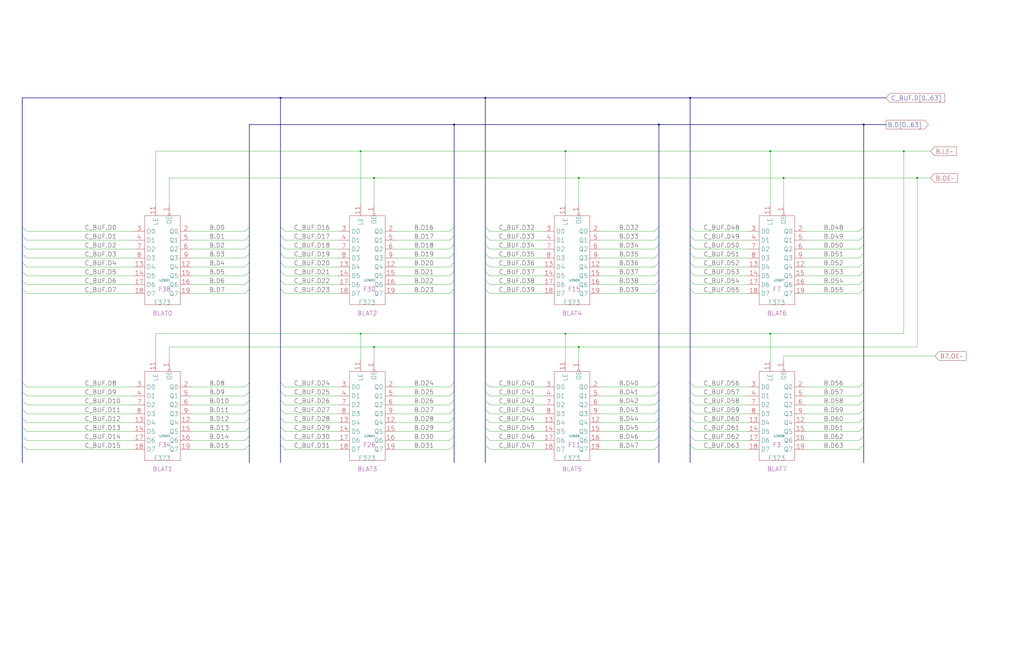
<source format=kicad_sch>
(kicad_sch (version 20250114) (generator "eeschema") (generator_version "9.0")
  (paper "User" 584.2 378.46)
  (title_block (title "B LATCH") (date "22-MAR-90") (rev "1.0") (comment 1 "VALUE") (comment 2 "232-003063") (comment 3 "S400") (comment 4 "RELEASED"))
  (lib_symbols
    (symbol "r1000:F373" (pin_names (offset 1.016))
      (property "Reference" "U" (at 2.54 5.08 0))
      (property "Value" "F373" (at -3.81 -7.62 0))
      (property "Location" "___" (at -1.27 0 0))
      (property "Name" "______" (at 1.27 -15.24 0))
      (symbol "F373_1_1"
        (rectangle (start -8.89 41.91) (end 11.43 -8.89))
        (circle (center 5.08 42.545) (radius 0.635))
        (pin input line (at -15.24 33.02 0) (length 6.35) (name "D0") (number "3"))
        (pin input line (at -15.24 27.94 0) (length 6.35) (name "D1") (number "4"))
        (pin input line (at -15.24 22.86 0) (length 6.35) (name "D2") (number "7"))
        (pin input line (at -15.24 17.78 0) (length 6.35) (name "D3") (number "8"))
        (pin input line (at -15.24 12.7 0) (length 6.35) (name "D4") (number "13"))
        (pin input line (at -15.24 7.62 0) (length 6.35) (name "D5") (number "14"))
        (pin input line (at -15.24 2.54 0) (length 6.35) (name "D6") (number "17"))
        (pin input line (at -15.24 -2.54 0) (length 6.35) (name "D7") (number "18"))
        (pin input line (at -2.54 48.26 270) (length 6.35) (name "LE") (number "11"))
        (pin input line (at 5.08 48.26 270) (length 5.08) (name "OE") (number "1"))
        (pin tri_state line (at 17.78 33.02 180) (length 6.35) (name "Q0") (number "2"))
        (pin tri_state line (at 17.78 27.94 180) (length 6.35) (name "Q1") (number "5"))
        (pin tri_state line (at 17.78 22.86 180) (length 6.35) (name "Q2") (number "6"))
        (pin tri_state line (at 17.78 17.78 180) (length 6.35) (name "Q3") (number "9"))
        (pin tri_state line (at 17.78 12.7 180) (length 6.35) (name "Q4") (number "12"))
        (pin tri_state line (at 17.78 7.62 180) (length 6.35) (name "Q5") (number "15"))
        (pin tri_state line (at 17.78 2.54 180) (length 6.35) (name "Q6") (number "16"))
        (pin tri_state line (at 17.78 -2.54 180) (length 6.35) (name "Q7") (number "19"))
      )
    )
  )
  (junction (at 523.24 101.6))
  (junction (at 276.86 55.88))
  (junction (at 439.42 86.36))
  (junction (at 492.76 71.12))
  (junction (at 330.2 101.6))
  (junction (at 375.92 71.12))
  (junction (at 322.58 86.36))
  (junction (at 213.36 101.6))
  (junction (at 393.7 55.88))
  (junction (at 322.58 190.5))
  (junction (at 213.36 198.12))
  (junction (at 447.04 101.6))
  (junction (at 205.74 190.5))
  (junction (at 160.02 55.88))
  (junction (at 515.62 86.36))
  (junction (at 439.42 190.5))
  (junction (at 205.74 86.36))
  (junction (at 330.2 198.12))
  (junction (at 259.08 71.12))
  (bus_entry (at 142.24 139.7) (size -2.54 2.54))
  (bus_entry (at 259.08 139.7) (size -2.54 2.54))
  (bus_entry (at 375.92 165.1) (size -2.54 2.54))
  (bus_entry (at 276.86 228.6) (size 2.54 2.54))
  (bus_entry (at 492.76 149.86) (size -2.54 2.54))
  (bus_entry (at 12.7 218.44) (size 2.54 2.54))
  (bus_entry (at 160.02 218.44) (size 2.54 2.54))
  (bus_entry (at 142.24 243.84) (size -2.54 2.54))
  (bus_entry (at 259.08 254) (size -2.54 2.54))
  (bus_entry (at 259.08 160.02) (size -2.54 2.54))
  (bus_entry (at 276.86 149.86) (size 2.54 2.54))
  (bus_entry (at 160.02 129.54) (size 2.54 2.54))
  (bus_entry (at 375.92 160.02) (size -2.54 2.54))
  (bus_entry (at 12.7 254) (size 2.54 2.54))
  (bus_entry (at 276.86 248.92) (size 2.54 2.54))
  (bus_entry (at 276.86 144.78) (size 2.54 2.54))
  (bus_entry (at 375.92 238.76) (size -2.54 2.54))
  (bus_entry (at 12.7 139.7) (size 2.54 2.54))
  (bus_entry (at 375.92 254) (size -2.54 2.54))
  (bus_entry (at 492.76 129.54) (size -2.54 2.54))
  (bus_entry (at 142.24 248.92) (size -2.54 2.54))
  (bus_entry (at 142.24 134.62) (size -2.54 2.54))
  (bus_entry (at 12.7 223.52) (size 2.54 2.54))
  (bus_entry (at 393.7 223.52) (size 2.54 2.54))
  (bus_entry (at 259.08 223.52) (size -2.54 2.54))
  (bus_entry (at 259.08 149.86) (size -2.54 2.54))
  (bus_entry (at 492.76 160.02) (size -2.54 2.54))
  (bus_entry (at 142.24 238.76) (size -2.54 2.54))
  (bus_entry (at 393.7 228.6) (size 2.54 2.54))
  (bus_entry (at 142.24 218.44) (size -2.54 2.54))
  (bus_entry (at 492.76 165.1) (size -2.54 2.54))
  (bus_entry (at 12.7 144.78) (size 2.54 2.54))
  (bus_entry (at 160.02 165.1) (size 2.54 2.54))
  (bus_entry (at 492.76 139.7) (size -2.54 2.54))
  (bus_entry (at 393.7 149.86) (size 2.54 2.54))
  (bus_entry (at 492.76 144.78) (size -2.54 2.54))
  (bus_entry (at 12.7 243.84) (size 2.54 2.54))
  (bus_entry (at 259.08 154.94) (size -2.54 2.54))
  (bus_entry (at 393.7 233.68) (size 2.54 2.54))
  (bus_entry (at 12.7 134.62) (size 2.54 2.54))
  (bus_entry (at 393.7 165.1) (size 2.54 2.54))
  (bus_entry (at 12.7 154.94) (size 2.54 2.54))
  (bus_entry (at 259.08 134.62) (size -2.54 2.54))
  (bus_entry (at 160.02 144.78) (size 2.54 2.54))
  (bus_entry (at 142.24 233.68) (size -2.54 2.54))
  (bus_entry (at 160.02 160.02) (size 2.54 2.54))
  (bus_entry (at 142.24 228.6) (size -2.54 2.54))
  (bus_entry (at 375.92 223.52) (size -2.54 2.54))
  (bus_entry (at 12.7 129.54) (size 2.54 2.54))
  (bus_entry (at 276.86 160.02) (size 2.54 2.54))
  (bus_entry (at 259.08 228.6) (size -2.54 2.54))
  (bus_entry (at 160.02 223.52) (size 2.54 2.54))
  (bus_entry (at 12.7 238.76) (size 2.54 2.54))
  (bus_entry (at 12.7 228.6) (size 2.54 2.54))
  (bus_entry (at 12.7 248.92) (size 2.54 2.54))
  (bus_entry (at 375.92 134.62) (size -2.54 2.54))
  (bus_entry (at 259.08 144.78) (size -2.54 2.54))
  (bus_entry (at 160.02 248.92) (size 2.54 2.54))
  (bus_entry (at 393.7 144.78) (size 2.54 2.54))
  (bus_entry (at 142.24 165.1) (size -2.54 2.54))
  (bus_entry (at 492.76 223.52) (size -2.54 2.54))
  (bus_entry (at 142.24 160.02) (size -2.54 2.54))
  (bus_entry (at 259.08 165.1) (size -2.54 2.54))
  (bus_entry (at 142.24 129.54) (size -2.54 2.54))
  (bus_entry (at 492.76 228.6) (size -2.54 2.54))
  (bus_entry (at 492.76 218.44) (size -2.54 2.54))
  (bus_entry (at 142.24 144.78) (size -2.54 2.54))
  (bus_entry (at 375.92 139.7) (size -2.54 2.54))
  (bus_entry (at 393.7 243.84) (size 2.54 2.54))
  (bus_entry (at 375.92 129.54) (size -2.54 2.54))
  (bus_entry (at 492.76 154.94) (size -2.54 2.54))
  (bus_entry (at 393.7 139.7) (size 2.54 2.54))
  (bus_entry (at 142.24 223.52) (size -2.54 2.54))
  (bus_entry (at 142.24 254) (size -2.54 2.54))
  (bus_entry (at 160.02 243.84) (size 2.54 2.54))
  (bus_entry (at 259.08 218.44) (size -2.54 2.54))
  (bus_entry (at 259.08 243.84) (size -2.54 2.54))
  (bus_entry (at 375.92 228.6) (size -2.54 2.54))
  (bus_entry (at 375.92 154.94) (size -2.54 2.54))
  (bus_entry (at 276.86 139.7) (size 2.54 2.54))
  (bus_entry (at 276.86 165.1) (size 2.54 2.54))
  (bus_entry (at 12.7 165.1) (size 2.54 2.54))
  (bus_entry (at 276.86 218.44) (size 2.54 2.54))
  (bus_entry (at 142.24 149.86) (size -2.54 2.54))
  (bus_entry (at 393.7 248.92) (size 2.54 2.54))
  (bus_entry (at 160.02 254) (size 2.54 2.54))
  (bus_entry (at 375.92 233.68) (size -2.54 2.54))
  (bus_entry (at 276.86 223.52) (size 2.54 2.54))
  (bus_entry (at 492.76 233.68) (size -2.54 2.54))
  (bus_entry (at 375.92 243.84) (size -2.54 2.54))
  (bus_entry (at 492.76 243.84) (size -2.54 2.54))
  (bus_entry (at 375.92 218.44) (size -2.54 2.54))
  (bus_entry (at 160.02 134.62) (size 2.54 2.54))
  (bus_entry (at 142.24 154.94) (size -2.54 2.54))
  (bus_entry (at 259.08 129.54) (size -2.54 2.54))
  (bus_entry (at 276.86 254) (size 2.54 2.54))
  (bus_entry (at 375.92 248.92) (size -2.54 2.54))
  (bus_entry (at 160.02 154.94) (size 2.54 2.54))
  (bus_entry (at 160.02 238.76) (size 2.54 2.54))
  (bus_entry (at 160.02 228.6) (size 2.54 2.54))
  (bus_entry (at 393.7 160.02) (size 2.54 2.54))
  (bus_entry (at 276.86 129.54) (size 2.54 2.54))
  (bus_entry (at 276.86 238.76) (size 2.54 2.54))
  (bus_entry (at 393.7 129.54) (size 2.54 2.54))
  (bus_entry (at 12.7 160.02) (size 2.54 2.54))
  (bus_entry (at 276.86 134.62) (size 2.54 2.54))
  (bus_entry (at 259.08 238.76) (size -2.54 2.54))
  (bus_entry (at 393.7 238.76) (size 2.54 2.54))
  (bus_entry (at 160.02 139.7) (size 2.54 2.54))
  (bus_entry (at 375.92 144.78) (size -2.54 2.54))
  (bus_entry (at 12.7 233.68) (size 2.54 2.54))
  (bus_entry (at 12.7 149.86) (size 2.54 2.54))
  (bus_entry (at 393.7 218.44) (size 2.54 2.54))
  (bus_entry (at 276.86 243.84) (size 2.54 2.54))
  (bus_entry (at 492.76 238.76) (size -2.54 2.54))
  (bus_entry (at 492.76 134.62) (size -2.54 2.54))
  (bus_entry (at 393.7 154.94) (size 2.54 2.54))
  (bus_entry (at 259.08 248.92) (size -2.54 2.54))
  (bus_entry (at 393.7 254) (size 2.54 2.54))
  (bus_entry (at 492.76 254) (size -2.54 2.54))
  (bus_entry (at 259.08 233.68) (size -2.54 2.54))
  (bus_entry (at 276.86 154.94) (size 2.54 2.54))
  (bus_entry (at 160.02 233.68) (size 2.54 2.54))
  (bus_entry (at 276.86 233.68) (size 2.54 2.54))
  (bus_entry (at 492.76 248.92) (size -2.54 2.54))
  (bus_entry (at 393.7 134.62) (size 2.54 2.54))
  (bus_entry (at 375.92 149.86) (size -2.54 2.54))
  (bus_entry (at 160.02 149.86) (size 2.54 2.54))
  (wire (pts (xy 447.04 101.6) (xy 447.04 116.84)))
  (wire (pts (xy 213.36 101.6) (xy 330.2 101.6)))
  (wire (pts (xy 342.9 147.32) (xy 373.38 147.32)))
  (bus (pts (xy 276.86 218.44) (xy 276.86 223.52)))
  (wire (pts (xy 459.74 226.06) (xy 490.22 226.06)))
  (bus (pts (xy 142.24 233.68) (xy 142.24 238.76)))
  (bus (pts (xy 276.86 144.78) (xy 276.86 149.86)))
  (bus (pts (xy 492.76 218.44) (xy 492.76 223.52)))
  (wire (pts (xy 109.22 241.3) (xy 139.7 241.3)))
  (wire (pts (xy 205.74 86.36) (xy 322.58 86.36)))
  (wire (pts (xy 162.56 137.16) (xy 193.04 137.16)))
  (wire (pts (xy 162.56 236.22) (xy 193.04 236.22)))
  (bus (pts (xy 393.7 165.1) (xy 393.7 218.44)))
  (wire (pts (xy 226.06 157.48) (xy 256.54 157.48)))
  (wire (pts (xy 15.24 137.16) (xy 76.2 137.16)))
  (wire (pts (xy 109.22 157.48) (xy 139.7 157.48)))
  (wire (pts (xy 330.2 198.12) (xy 213.36 198.12)))
  (wire (pts (xy 330.2 198.12) (xy 523.24 198.12)))
  (bus (pts (xy 160.02 160.02) (xy 160.02 165.1)))
  (wire (pts (xy 515.62 190.5) (xy 439.42 190.5)))
  (wire (pts (xy 279.4 236.22) (xy 309.88 236.22)))
  (wire (pts (xy 396.24 132.08) (xy 426.72 132.08)))
  (wire (pts (xy 279.4 231.14) (xy 309.88 231.14)))
  (wire (pts (xy 109.22 162.56) (xy 139.7 162.56)))
  (bus (pts (xy 375.92 149.86) (xy 375.92 154.94)))
  (wire (pts (xy 396.24 256.54) (xy 426.72 256.54)))
  (wire (pts (xy 162.56 241.3) (xy 193.04 241.3)))
  (wire (pts (xy 279.4 162.56) (xy 309.88 162.56)))
  (wire (pts (xy 226.06 241.3) (xy 256.54 241.3)))
  (bus (pts (xy 276.86 223.52) (xy 276.86 228.6)))
  (bus (pts (xy 276.86 243.84) (xy 276.86 248.92)))
  (bus (pts (xy 492.76 233.68) (xy 492.76 238.76)))
  (bus (pts (xy 160.02 243.84) (xy 160.02 248.92)))
  (bus (pts (xy 393.7 129.54) (xy 393.7 134.62)))
  (wire (pts (xy 515.62 86.36) (xy 515.62 190.5)))
  (bus (pts (xy 160.02 223.52) (xy 160.02 228.6)))
  (bus (pts (xy 393.7 55.88) (xy 505.46 55.88)))
  (wire (pts (xy 109.22 220.98) (xy 139.7 220.98)))
  (wire (pts (xy 213.36 101.6) (xy 213.36 116.84)))
  (bus (pts (xy 142.24 134.62) (xy 142.24 139.7)))
  (wire (pts (xy 279.4 132.08) (xy 309.88 132.08)))
  (wire (pts (xy 342.9 246.38) (xy 373.38 246.38)))
  (bus (pts (xy 160.02 218.44) (xy 160.02 223.52)))
  (wire (pts (xy 205.74 190.5) (xy 88.9 190.5)))
  (bus (pts (xy 12.7 165.1) (xy 12.7 218.44)))
  (wire (pts (xy 226.06 142.24) (xy 256.54 142.24)))
  (wire (pts (xy 162.56 152.4) (xy 193.04 152.4)))
  (bus (pts (xy 12.7 160.02) (xy 12.7 165.1)))
  (bus (pts (xy 259.08 154.94) (xy 259.08 160.02)))
  (bus (pts (xy 259.08 139.7) (xy 259.08 144.78)))
  (wire (pts (xy 396.24 157.48) (xy 426.72 157.48)))
  (wire (pts (xy 96.52 101.6) (xy 213.36 101.6)))
  (bus (pts (xy 259.08 144.78) (xy 259.08 149.86)))
  (wire (pts (xy 88.9 190.5) (xy 88.9 205.74)))
  (wire (pts (xy 342.9 132.08) (xy 373.38 132.08)))
  (bus (pts (xy 375.92 144.78) (xy 375.92 149.86)))
  (wire (pts (xy 96.52 101.6) (xy 96.52 116.84)))
  (wire (pts (xy 15.24 147.32) (xy 76.2 147.32)))
  (wire (pts (xy 459.74 231.14) (xy 490.22 231.14)))
  (bus (pts (xy 375.92 129.54) (xy 375.92 134.62)))
  (wire (pts (xy 162.56 226.06) (xy 193.04 226.06)))
  (bus (pts (xy 276.86 139.7) (xy 276.86 144.78)))
  (bus (pts (xy 492.76 144.78) (xy 492.76 149.86)))
  (bus (pts (xy 393.7 139.7) (xy 393.7 144.78)))
  (wire (pts (xy 162.56 167.64) (xy 193.04 167.64)))
  (bus (pts (xy 160.02 55.88) (xy 160.02 129.54)))
  (bus (pts (xy 259.08 160.02) (xy 259.08 165.1)))
  (bus (pts (xy 142.24 129.54) (xy 142.24 134.62)))
  (wire (pts (xy 342.9 162.56) (xy 373.38 162.56)))
  (bus (pts (xy 492.76 165.1) (xy 492.76 218.44)))
  (wire (pts (xy 162.56 157.48) (xy 193.04 157.48)))
  (bus (pts (xy 375.92 71.12) (xy 492.76 71.12)))
  (bus (pts (xy 276.86 233.68) (xy 276.86 238.76)))
  (bus (pts (xy 160.02 129.54) (xy 160.02 134.62)))
  (wire (pts (xy 162.56 231.14) (xy 193.04 231.14)))
  (wire (pts (xy 533.4 203.2) (xy 447.04 203.2)))
  (wire (pts (xy 226.06 236.22) (xy 256.54 236.22)))
  (wire (pts (xy 322.58 86.36) (xy 322.58 116.84)))
  (wire (pts (xy 459.74 162.56) (xy 490.22 162.56)))
  (wire (pts (xy 226.06 251.46) (xy 256.54 251.46)))
  (wire (pts (xy 396.24 152.4) (xy 426.72 152.4)))
  (bus (pts (xy 393.7 254) (xy 393.7 264.16)))
  (wire (pts (xy 279.4 142.24) (xy 309.88 142.24)))
  (bus (pts (xy 160.02 165.1) (xy 160.02 218.44)))
  (wire (pts (xy 515.62 86.36) (xy 530.86 86.36)))
  (bus (pts (xy 393.7 218.44) (xy 393.7 223.52)))
  (bus (pts (xy 393.7 238.76) (xy 393.7 243.84)))
  (wire (pts (xy 226.06 220.98) (xy 256.54 220.98)))
  (wire (pts (xy 109.22 132.08) (xy 139.7 132.08)))
  (wire (pts (xy 213.36 198.12) (xy 213.36 205.74)))
  (wire (pts (xy 459.74 251.46) (xy 490.22 251.46)))
  (wire (pts (xy 439.42 190.5) (xy 439.42 205.74)))
  (bus (pts (xy 142.24 71.12) (xy 142.24 129.54)))
  (wire (pts (xy 162.56 246.38) (xy 193.04 246.38)))
  (wire (pts (xy 15.24 162.56) (xy 76.2 162.56)))
  (wire (pts (xy 279.4 157.48) (xy 309.88 157.48)))
  (wire (pts (xy 439.42 190.5) (xy 322.58 190.5)))
  (wire (pts (xy 330.2 101.6) (xy 447.04 101.6)))
  (wire (pts (xy 109.22 256.54) (xy 139.7 256.54)))
  (bus (pts (xy 393.7 55.88) (xy 393.7 129.54)))
  (wire (pts (xy 459.74 157.48) (xy 490.22 157.48)))
  (wire (pts (xy 322.58 190.5) (xy 205.74 190.5)))
  (wire (pts (xy 109.22 231.14) (xy 139.7 231.14)))
  (bus (pts (xy 12.7 228.6) (xy 12.7 233.68)))
  (bus (pts (xy 160.02 154.94) (xy 160.02 160.02)))
  (bus (pts (xy 259.08 243.84) (xy 259.08 248.92)))
  (wire (pts (xy 15.24 246.38) (xy 76.2 246.38)))
  (wire (pts (xy 396.24 246.38) (xy 426.72 246.38)))
  (bus (pts (xy 393.7 160.02) (xy 393.7 165.1)))
  (wire (pts (xy 162.56 220.98) (xy 193.04 220.98)))
  (bus (pts (xy 492.76 129.54) (xy 492.76 134.62)))
  (bus (pts (xy 276.86 165.1) (xy 276.86 218.44)))
  (wire (pts (xy 342.9 226.06) (xy 373.38 226.06)))
  (bus (pts (xy 492.76 71.12) (xy 505.46 71.12)))
  (bus (pts (xy 12.7 248.92) (xy 12.7 254)))
  (wire (pts (xy 342.9 152.4) (xy 373.38 152.4)))
  (bus (pts (xy 142.24 154.94) (xy 142.24 160.02)))
  (bus (pts (xy 259.08 233.68) (xy 259.08 238.76)))
  (bus (pts (xy 12.7 144.78) (xy 12.7 149.86)))
  (bus (pts (xy 492.76 160.02) (xy 492.76 165.1)))
  (bus (pts (xy 142.24 223.52) (xy 142.24 228.6)))
  (wire (pts (xy 396.24 241.3) (xy 426.72 241.3)))
  (bus (pts (xy 259.08 228.6) (xy 259.08 233.68)))
  (bus (pts (xy 259.08 134.62) (xy 259.08 139.7)))
  (bus (pts (xy 492.76 248.92) (xy 492.76 254)))
  (bus (pts (xy 160.02 134.62) (xy 160.02 139.7)))
  (bus (pts (xy 375.92 165.1) (xy 375.92 218.44)))
  (wire (pts (xy 447.04 101.6) (xy 523.24 101.6)))
  (bus (pts (xy 492.76 134.62) (xy 492.76 139.7)))
  (bus (pts (xy 12.7 55.88) (xy 12.7 129.54)))
  (wire (pts (xy 279.4 251.46) (xy 309.88 251.46)))
  (bus (pts (xy 12.7 134.62) (xy 12.7 139.7)))
  (wire (pts (xy 396.24 147.32) (xy 426.72 147.32)))
  (bus (pts (xy 393.7 144.78) (xy 393.7 149.86)))
  (bus (pts (xy 276.86 149.86) (xy 276.86 154.94)))
  (wire (pts (xy 439.42 86.36) (xy 439.42 116.84)))
  (wire (pts (xy 109.22 236.22) (xy 139.7 236.22)))
  (bus (pts (xy 276.86 55.88) (xy 276.86 129.54)))
  (bus (pts (xy 393.7 233.68) (xy 393.7 238.76)))
  (bus (pts (xy 492.76 149.86) (xy 492.76 154.94)))
  (wire (pts (xy 162.56 256.54) (xy 193.04 256.54)))
  (wire (pts (xy 15.24 251.46) (xy 76.2 251.46)))
  (wire (pts (xy 15.24 167.64) (xy 76.2 167.64)))
  (bus (pts (xy 142.24 243.84) (xy 142.24 248.92)))
  (wire (pts (xy 396.24 236.22) (xy 426.72 236.22)))
  (bus (pts (xy 375.92 223.52) (xy 375.92 228.6)))
  (bus (pts (xy 12.7 139.7) (xy 12.7 144.78)))
  (bus (pts (xy 375.92 134.62) (xy 375.92 139.7)))
  (wire (pts (xy 342.9 256.54) (xy 373.38 256.54)))
  (bus (pts (xy 276.86 248.92) (xy 276.86 254)))
  (wire (pts (xy 162.56 132.08) (xy 193.04 132.08)))
  (wire (pts (xy 226.06 256.54) (xy 256.54 256.54)))
  (bus (pts (xy 259.08 218.44) (xy 259.08 223.52)))
  (bus (pts (xy 259.08 165.1) (xy 259.08 218.44)))
  (wire (pts (xy 396.24 220.98) (xy 426.72 220.98)))
  (wire (pts (xy 396.24 231.14) (xy 426.72 231.14)))
  (wire (pts (xy 279.4 220.98) (xy 309.88 220.98)))
  (bus (pts (xy 259.08 149.86) (xy 259.08 154.94)))
  (bus (pts (xy 160.02 228.6) (xy 160.02 233.68)))
  (bus (pts (xy 276.86 228.6) (xy 276.86 233.68)))
  (wire (pts (xy 205.74 86.36) (xy 205.74 116.84)))
  (bus (pts (xy 492.76 254) (xy 492.76 264.16)))
  (wire (pts (xy 226.06 162.56) (xy 256.54 162.56)))
  (bus (pts (xy 12.7 218.44) (xy 12.7 223.52)))
  (wire (pts (xy 88.9 86.36) (xy 205.74 86.36)))
  (wire (pts (xy 109.22 142.24) (xy 139.7 142.24)))
  (wire (pts (xy 15.24 132.08) (xy 76.2 132.08)))
  (bus (pts (xy 12.7 238.76) (xy 12.7 243.84)))
  (bus (pts (xy 259.08 129.54) (xy 259.08 134.62)))
  (bus (pts (xy 492.76 238.76) (xy 492.76 243.84)))
  (bus (pts (xy 393.7 248.92) (xy 393.7 254)))
  (wire (pts (xy 109.22 147.32) (xy 139.7 147.32)))
  (bus (pts (xy 492.76 228.6) (xy 492.76 233.68)))
  (bus (pts (xy 276.86 129.54) (xy 276.86 134.62)))
  (bus (pts (xy 375.92 160.02) (xy 375.92 165.1)))
  (wire (pts (xy 226.06 231.14) (xy 256.54 231.14)))
  (bus (pts (xy 12.7 233.68) (xy 12.7 238.76)))
  (wire (pts (xy 459.74 132.08) (xy 490.22 132.08)))
  (bus (pts (xy 375.92 248.92) (xy 375.92 254)))
  (bus (pts (xy 160.02 238.76) (xy 160.02 243.84)))
  (bus (pts (xy 393.7 243.84) (xy 393.7 248.92)))
  (bus (pts (xy 375.92 139.7) (xy 375.92 144.78)))
  (wire (pts (xy 162.56 251.46) (xy 193.04 251.46)))
  (wire (pts (xy 15.24 236.22) (xy 76.2 236.22)))
  (bus (pts (xy 12.7 55.88) (xy 160.02 55.88)))
  (wire (pts (xy 447.04 203.2) (xy 447.04 205.74)))
  (wire (pts (xy 226.06 152.4) (xy 256.54 152.4)))
  (bus (pts (xy 12.7 149.86) (xy 12.7 154.94)))
  (bus (pts (xy 142.24 139.7) (xy 142.24 144.78)))
  (wire (pts (xy 396.24 251.46) (xy 426.72 251.46)))
  (wire (pts (xy 342.9 142.24) (xy 373.38 142.24)))
  (wire (pts (xy 226.06 167.64) (xy 256.54 167.64)))
  (bus (pts (xy 259.08 238.76) (xy 259.08 243.84)))
  (bus (pts (xy 393.7 149.86) (xy 393.7 154.94)))
  (wire (pts (xy 15.24 152.4) (xy 76.2 152.4)))
  (wire (pts (xy 279.4 256.54) (xy 309.88 256.54)))
  (wire (pts (xy 96.52 198.12) (xy 96.52 205.74)))
  (wire (pts (xy 279.4 241.3) (xy 309.88 241.3)))
  (bus (pts (xy 375.92 233.68) (xy 375.92 238.76)))
  (wire (pts (xy 15.24 231.14) (xy 76.2 231.14)))
  (wire (pts (xy 226.06 132.08) (xy 256.54 132.08)))
  (bus (pts (xy 142.24 218.44) (xy 142.24 223.52)))
  (wire (pts (xy 459.74 220.98) (xy 490.22 220.98)))
  (bus (pts (xy 375.92 228.6) (xy 375.92 233.68)))
  (wire (pts (xy 109.22 251.46) (xy 139.7 251.46)))
  (wire (pts (xy 226.06 246.38) (xy 256.54 246.38)))
  (bus (pts (xy 375.92 71.12) (xy 375.92 129.54)))
  (wire (pts (xy 15.24 226.06) (xy 76.2 226.06)))
  (bus (pts (xy 160.02 248.92) (xy 160.02 254)))
  (bus (pts (xy 142.24 144.78) (xy 142.24 149.86)))
  (wire (pts (xy 15.24 142.24) (xy 76.2 142.24)))
  (bus (pts (xy 492.76 223.52) (xy 492.76 228.6)))
  (wire (pts (xy 459.74 236.22) (xy 490.22 236.22)))
  (bus (pts (xy 12.7 129.54) (xy 12.7 134.62)))
  (wire (pts (xy 342.9 251.46) (xy 373.38 251.46)))
  (bus (pts (xy 160.02 139.7) (xy 160.02 144.78)))
  (wire (pts (xy 279.4 246.38) (xy 309.88 246.38)))
  (wire (pts (xy 109.22 246.38) (xy 139.7 246.38)))
  (wire (pts (xy 322.58 190.5) (xy 322.58 205.74)))
  (bus (pts (xy 276.86 254) (xy 276.86 264.16)))
  (wire (pts (xy 459.74 167.64) (xy 490.22 167.64)))
  (wire (pts (xy 88.9 86.36) (xy 88.9 116.84)))
  (wire (pts (xy 396.24 142.24) (xy 426.72 142.24)))
  (wire (pts (xy 279.4 152.4) (xy 309.88 152.4)))
  (wire (pts (xy 330.2 198.12) (xy 330.2 205.74)))
  (bus (pts (xy 393.7 228.6) (xy 393.7 233.68)))
  (bus (pts (xy 12.7 243.84) (xy 12.7 248.92)))
  (bus (pts (xy 160.02 233.68) (xy 160.02 238.76)))
  (bus (pts (xy 160.02 149.86) (xy 160.02 154.94)))
  (bus (pts (xy 259.08 223.52) (xy 259.08 228.6)))
  (bus (pts (xy 276.86 154.94) (xy 276.86 160.02)))
  (bus (pts (xy 259.08 71.12) (xy 259.08 129.54)))
  (bus (pts (xy 12.7 223.52) (xy 12.7 228.6)))
  (wire (pts (xy 213.36 198.12) (xy 96.52 198.12)))
  (bus (pts (xy 142.24 228.6) (xy 142.24 233.68)))
  (wire (pts (xy 205.74 190.5) (xy 205.74 205.74)))
  (bus (pts (xy 492.76 71.12) (xy 492.76 129.54)))
  (wire (pts (xy 226.06 226.06) (xy 256.54 226.06)))
  (wire (pts (xy 523.24 101.6) (xy 530.86 101.6)))
  (wire (pts (xy 342.9 157.48) (xy 373.38 157.48)))
  (bus (pts (xy 160.02 144.78) (xy 160.02 149.86)))
  (wire (pts (xy 459.74 246.38) (xy 490.22 246.38)))
  (wire (pts (xy 439.42 86.36) (xy 515.62 86.36)))
  (wire (pts (xy 109.22 137.16) (xy 139.7 137.16)))
  (wire (pts (xy 396.24 137.16) (xy 426.72 137.16)))
  (wire (pts (xy 459.74 147.32) (xy 490.22 147.32)))
  (wire (pts (xy 523.24 101.6) (xy 523.24 198.12)))
  (bus (pts (xy 393.7 134.62) (xy 393.7 139.7)))
  (bus (pts (xy 492.76 154.94) (xy 492.76 160.02)))
  (wire (pts (xy 279.4 147.32) (xy 309.88 147.32)))
  (wire (pts (xy 162.56 147.32) (xy 193.04 147.32)))
  (bus (pts (xy 259.08 71.12) (xy 375.92 71.12)))
  (bus (pts (xy 142.24 238.76) (xy 142.24 243.84)))
  (bus (pts (xy 12.7 154.94) (xy 12.7 160.02)))
  (bus (pts (xy 393.7 154.94) (xy 393.7 160.02)))
  (bus (pts (xy 492.76 243.84) (xy 492.76 248.92)))
  (wire (pts (xy 15.24 157.48) (xy 76.2 157.48)))
  (wire (pts (xy 15.24 241.3) (xy 76.2 241.3)))
  (bus (pts (xy 259.08 254) (xy 259.08 264.16)))
  (wire (pts (xy 396.24 167.64) (xy 426.72 167.64)))
  (bus (pts (xy 276.86 134.62) (xy 276.86 139.7)))
  (wire (pts (xy 342.9 167.64) (xy 373.38 167.64)))
  (bus (pts (xy 142.24 248.92) (xy 142.24 254)))
  (bus (pts (xy 276.86 55.88) (xy 393.7 55.88)))
  (wire (pts (xy 342.9 220.98) (xy 373.38 220.98)))
  (wire (pts (xy 459.74 256.54) (xy 490.22 256.54)))
  (wire (pts (xy 459.74 241.3) (xy 490.22 241.3)))
  (wire (pts (xy 322.58 86.36) (xy 439.42 86.36)))
  (bus (pts (xy 142.24 149.86) (xy 142.24 154.94)))
  (bus (pts (xy 142.24 165.1) (xy 142.24 218.44)))
  (bus (pts (xy 259.08 248.92) (xy 259.08 254)))
  (wire (pts (xy 109.22 152.4) (xy 139.7 152.4)))
  (wire (pts (xy 396.24 162.56) (xy 426.72 162.56)))
  (bus (pts (xy 375.92 154.94) (xy 375.92 160.02)))
  (bus (pts (xy 142.24 254) (xy 142.24 264.16)))
  (wire (pts (xy 396.24 226.06) (xy 426.72 226.06)))
  (wire (pts (xy 162.56 162.56) (xy 193.04 162.56)))
  (wire (pts (xy 279.4 167.64) (xy 309.88 167.64)))
  (bus (pts (xy 160.02 254) (xy 160.02 264.16)))
  (bus (pts (xy 12.7 254) (xy 12.7 264.16)))
  (wire (pts (xy 342.9 241.3) (xy 373.38 241.3)))
  (bus (pts (xy 375.92 238.76) (xy 375.92 243.84)))
  (wire (pts (xy 459.74 137.16) (xy 490.22 137.16)))
  (wire (pts (xy 15.24 220.98) (xy 76.2 220.98)))
  (bus (pts (xy 276.86 160.02) (xy 276.86 165.1)))
  (wire (pts (xy 342.9 236.22) (xy 373.38 236.22)))
  (wire (pts (xy 15.24 256.54) (xy 76.2 256.54)))
  (bus (pts (xy 142.24 71.12) (xy 259.08 71.12)))
  (bus (pts (xy 375.92 243.84) (xy 375.92 248.92)))
  (wire (pts (xy 459.74 142.24) (xy 490.22 142.24)))
  (wire (pts (xy 226.06 137.16) (xy 256.54 137.16)))
  (wire (pts (xy 279.4 137.16) (xy 309.88 137.16)))
  (wire (pts (xy 342.9 137.16) (xy 373.38 137.16)))
  (wire (pts (xy 279.4 226.06) (xy 309.88 226.06)))
  (wire (pts (xy 109.22 167.64) (xy 139.7 167.64)))
  (wire (pts (xy 162.56 142.24) (xy 193.04 142.24)))
  (bus (pts (xy 393.7 223.52) (xy 393.7 228.6)))
  (wire (pts (xy 226.06 147.32) (xy 256.54 147.32)))
  (wire (pts (xy 342.9 231.14) (xy 373.38 231.14)))
  (wire (pts (xy 330.2 101.6) (xy 330.2 116.84)))
  (bus (pts (xy 276.86 238.76) (xy 276.86 243.84)))
  (bus (pts (xy 375.92 254) (xy 375.92 264.16)))
  (bus (pts (xy 142.24 160.02) (xy 142.24 165.1)))
  (bus (pts (xy 492.76 139.7) (xy 492.76 144.78)))
  (bus (pts (xy 160.02 55.88) (xy 276.86 55.88)))
  (bus (pts (xy 375.92 218.44) (xy 375.92 223.52)))
  (wire (pts (xy 459.74 152.4) (xy 490.22 152.4)))
  (wire (pts (xy 109.22 226.06) (xy 139.7 226.06)))
  (label "B.D16" (at 236.22 132.08 0) (effects (font (size 2.54 2.54))))
  (label "C_BUF.D46" (at 284.48 251.46 0) (effects (font (size 2.54 2.54))))
  (label "B.D19" (at 236.22 147.32 0) (effects (font (size 2.54 2.54))))
  (label "C_BUF.D14" (at 48.26 251.46 0) (effects (font (size 2.54 2.54))))
  (label "B.D17" (at 236.22 137.16 0) (effects (font (size 2.54 2.54))))
  (label "B.D50" (at 469.9 142.24 0) (effects (font (size 2.54 2.54))))
  (label "B.D27" (at 236.22 236.22 0) (effects (font (size 2.54 2.54))))
  (label "C_BUF.D25" (at 167.64 226.06 0) (effects (font (size 2.54 2.54))))
  (label "B.D28" (at 236.22 241.3 0) (effects (font (size 2.54 2.54))))
  (label "C_BUF.D35" (at 284.48 147.32 0) (effects (font (size 2.54 2.54))))
  (label "C_BUF.D27" (at 167.64 236.22 0) (effects (font (size 2.54 2.54))))
  (label "B.D42" (at 353.06 231.14 0) (effects (font (size 2.54 2.54))))
  (label "C_BUF.D37" (at 284.48 157.48 0) (effects (font (size 2.54 2.54))))
  (label "B.D51" (at 469.9 147.32 0) (effects (font (size 2.54 2.54))))
  (label "B.D15" (at 119.38 256.54 0) (effects (font (size 2.54 2.54))))
  (label "B.D39" (at 353.06 167.64 0) (effects (font (size 2.54 2.54))))
  (label "C_BUF.D9" (at 48.26 226.06 0) (effects (font (size 2.54 2.54))))
  (label "C_BUF.D4" (at 48.26 152.4 0) (effects (font (size 2.54 2.54))))
  (label "B.D54" (at 469.9 162.56 0) (effects (font (size 2.54 2.54))))
  (label "B.D26" (at 236.22 231.14 0) (effects (font (size 2.54 2.54))))
  (label "B.D35" (at 353.06 147.32 0) (effects (font (size 2.54 2.54))))
  (label "C_BUF.D56" (at 401.32 220.98 0) (effects (font (size 2.54 2.54))))
  (label "C_BUF.D41" (at 284.48 226.06 0) (effects (font (size 2.54 2.54))))
  (label "B.D46" (at 353.06 251.46 0) (effects (font (size 2.54 2.54))))
  (label "B.D22" (at 236.22 162.56 0) (effects (font (size 2.54 2.54))))
  (label "B.D33" (at 353.06 137.16 0) (effects (font (size 2.54 2.54))))
  (label "B.D49" (at 469.9 137.16 0) (effects (font (size 2.54 2.54))))
  (label "C_BUF.D29" (at 167.64 246.38 0) (effects (font (size 2.54 2.54))))
  (label "B.D36" (at 353.06 152.4 0) (effects (font (size 2.54 2.54))))
  (label "C_BUF.D24" (at 167.64 220.98 0) (effects (font (size 2.54 2.54))))
  (label "C_BUF.D42" (at 284.48 231.14 0) (effects (font (size 2.54 2.54))))
  (label "B.D58" (at 469.9 231.14 0) (effects (font (size 2.54 2.54))))
  (label "B.D45" (at 353.06 246.38 0) (effects (font (size 2.54 2.54))))
  (label "C_BUF.D47" (at 284.48 256.54 0) (effects (font (size 2.54 2.54))))
  (label "B.D32" (at 353.06 132.08 0) (effects (font (size 2.54 2.54))))
  (label "B.D9" (at 119.38 226.06 0) (effects (font (size 2.54 2.54))))
  (label "B.D11" (at 119.38 236.22 0) (effects (font (size 2.54 2.54))))
  (label "C_BUF.D28" (at 167.64 241.3 0) (effects (font (size 2.54 2.54))))
  (label "B.D23" (at 236.22 167.64 0) (effects (font (size 2.54 2.54))))
  (label "B.D21" (at 236.22 157.48 0) (effects (font (size 2.54 2.54))))
  (label "C_BUF.D21" (at 167.64 157.48 0) (effects (font (size 2.54 2.54))))
  (label "C_BUF.D26" (at 167.64 231.14 0) (effects (font (size 2.54 2.54))))
  (label "C_BUF.D48" (at 401.32 132.08 0) (effects (font (size 2.54 2.54))))
  (label "C_BUF.D54" (at 401.32 162.56 0) (effects (font (size 2.54 2.54))))
  (label "B.D31" (at 236.22 256.54 0) (effects (font (size 2.54 2.54))))
  (label "B.D55" (at 469.9 167.64 0) (effects (font (size 2.54 2.54))))
  (label "C_BUF.D23" (at 167.64 167.64 0) (effects (font (size 2.54 2.54))))
  (label "B.D2" (at 119.38 142.24 0) (effects (font (size 2.54 2.54))))
  (label "B.D61" (at 469.9 246.38 0) (effects (font (size 2.54 2.54))))
  (label "C_BUF.D43" (at 284.48 236.22 0) (effects (font (size 2.54 2.54))))
  (label "B.D57" (at 469.9 226.06 0) (effects (font (size 2.54 2.54))))
  (label "B.D38" (at 353.06 162.56 0) (effects (font (size 2.54 2.54))))
  (label "B.D6" (at 119.38 162.56 0) (effects (font (size 2.54 2.54))))
  (label "C_BUF.D31" (at 167.64 256.54 0) (effects (font (size 2.54 2.54))))
  (label "B.D41" (at 353.06 226.06 0) (effects (font (size 2.54 2.54))))
  (label "C_BUF.D49" (at 401.32 137.16 0) (effects (font (size 2.54 2.54))))
  (label "B.D63" (at 469.9 256.54 0) (effects (font (size 2.54 2.54))))
  (label "C_BUF.D33" (at 284.48 137.16 0) (effects (font (size 2.54 2.54))))
  (label "B.D29" (at 236.22 246.38 0) (effects (font (size 2.54 2.54))))
  (label "B.D62" (at 469.9 251.46 0) (effects (font (size 2.54 2.54))))
  (label "C_BUF.D62" (at 401.32 251.46 0) (effects (font (size 2.54 2.54))))
  (label "B.D53" (at 469.9 157.48 0) (effects (font (size 2.54 2.54))))
  (label "C_BUF.D0" (at 48.26 132.08 0) (effects (font (size 2.54 2.54))))
  (label "C_BUF.D63" (at 401.32 256.54 0) (effects (font (size 2.54 2.54))))
  (label "B.D1" (at 119.38 137.16 0) (effects (font (size 2.54 2.54))))
  (label "B.D44" (at 353.06 241.3 0) (effects (font (size 2.54 2.54))))
  (label "C_BUF.D30" (at 167.64 251.46 0) (effects (font (size 2.54 2.54))))
  (label "C_BUF.D38" (at 284.48 162.56 0) (effects (font (size 2.54 2.54))))
  (label "C_BUF.D15" (at 48.26 256.54 0) (effects (font (size 2.54 2.54))))
  (label "B.D47" (at 353.06 256.54 0) (effects (font (size 2.54 2.54))))
  (label "C_BUF.D22" (at 167.64 162.56 0) (effects (font (size 2.54 2.54))))
  (label "B.D60" (at 469.9 241.3 0) (effects (font (size 2.54 2.54))))
  (label "B.D5" (at 119.38 157.48 0) (effects (font (size 2.54 2.54))))
  (label "B.D14" (at 119.38 251.46 0) (effects (font (size 2.54 2.54))))
  (label "C_BUF.D55" (at 401.32 167.64 0) (effects (font (size 2.54 2.54))))
  (label "C_BUF.D44" (at 284.48 241.3 0) (effects (font (size 2.54 2.54))))
  (label "C_BUF.D50" (at 401.32 142.24 0) (effects (font (size 2.54 2.54))))
  (label "C_BUF.D57" (at 401.32 226.06 0) (effects (font (size 2.54 2.54))))
  (label "B.D0" (at 119.38 132.08 0) (effects (font (size 2.54 2.54))))
  (label "C_BUF.D45" (at 284.48 246.38 0) (effects (font (size 2.54 2.54))))
  (label "C_BUF.D36" (at 284.48 152.4 0) (effects (font (size 2.54 2.54))))
  (label "C_BUF.D34" (at 284.48 142.24 0) (effects (font (size 2.54 2.54))))
  (label "C_BUF.D60" (at 401.32 241.3 0) (effects (font (size 2.54 2.54))))
  (label "B.D25" (at 236.22 226.06 0) (effects (font (size 2.54 2.54))))
  (label "C_BUF.D10" (at 48.26 231.14 0) (effects (font (size 2.54 2.54))))
  (label "C_BUF.D8" (at 48.26 220.98 0) (effects (font (size 2.54 2.54))))
  (label "B.D59" (at 469.9 236.22 0) (effects (font (size 2.54 2.54))))
  (label "C_BUF.D7" (at 48.26 167.64 0) (effects (font (size 2.54 2.54))))
  (label "C_BUF.D2" (at 48.26 142.24 0) (effects (font (size 2.54 2.54))))
  (label "B.D13" (at 119.38 246.38 0) (effects (font (size 2.54 2.54))))
  (label "C_BUF.D53" (at 401.32 157.48 0) (effects (font (size 2.54 2.54))))
  (label "B.D4" (at 119.38 152.4 0) (effects (font (size 2.54 2.54))))
  (label "B.D12" (at 119.38 241.3 0) (effects (font (size 2.54 2.54))))
  (label "B.D30" (at 236.22 251.46 0) (effects (font (size 2.54 2.54))))
  (label "B.D48" (at 469.9 132.08 0) (effects (font (size 2.54 2.54))))
  (label "C_BUF.D32" (at 284.48 132.08 0) (effects (font (size 2.54 2.54))))
  (label "C_BUF.D11" (at 48.26 236.22 0) (effects (font (size 2.54 2.54))))
  (label "C_BUF.D12" (at 48.26 241.3 0) (effects (font (size 2.54 2.54))))
  (label "B.D7" (at 119.38 167.64 0) (effects (font (size 2.54 2.54))))
  (label "C_BUF.D17" (at 167.64 137.16 0) (effects (font (size 2.54 2.54))))
  (label "C_BUF.D59" (at 401.32 236.22 0) (effects (font (size 2.54 2.54))))
  (label "B.D10" (at 119.38 231.14 0) (effects (font (size 2.54 2.54))))
  (label "C_BUF.D5" (at 48.26 157.48 0) (effects (font (size 2.54 2.54))))
  (label "C_BUF.D18" (at 167.64 142.24 0) (effects (font (size 2.54 2.54))))
  (label "C_BUF.D58" (at 401.32 231.14 0) (effects (font (size 2.54 2.54))))
  (label "C_BUF.D1" (at 48.26 137.16 0) (effects (font (size 2.54 2.54))))
  (label "B.D8" (at 119.38 220.98 0) (effects (font (size 2.54 2.54))))
  (label "B.D56" (at 469.9 220.98 0) (effects (font (size 2.54 2.54))))
  (label "B.D3" (at 119.38 147.32 0) (effects (font (size 2.54 2.54))))
  (label "C_BUF.D16" (at 167.64 132.08 0) (effects (font (size 2.54 2.54))))
  (label "B.D24" (at 236.22 220.98 0) (effects (font (size 2.54 2.54))))
  (label "B.D43" (at 353.06 236.22 0) (effects (font (size 2.54 2.54))))
  (label "B.D52" (at 469.9 152.4 0) (effects (font (size 2.54 2.54))))
  (label "C_BUF.D3" (at 48.26 147.32 0) (effects (font (size 2.54 2.54))))
  (label "B.D18" (at 236.22 142.24 0) (effects (font (size 2.54 2.54))))
  (label "C_BUF.D6" (at 48.26 162.56 0) (effects (font (size 2.54 2.54))))
  (label "C_BUF.D51" (at 401.32 147.32 0) (effects (font (size 2.54 2.54))))
  (label "C_BUF.D20" (at 167.64 152.4 0) (effects (font (size 2.54 2.54))))
  (label "C_BUF.D61" (at 401.32 246.38 0) (effects (font (size 2.54 2.54))))
  (label "B.D34" (at 353.06 142.24 0) (effects (font (size 2.54 2.54))))
  (label "C_BUF.D39" (at 284.48 167.64 0) (effects (font (size 2.54 2.54))))
  (label "C_BUF.D52" (at 401.32 152.4 0) (effects (font (size 2.54 2.54))))
  (label "C_BUF.D19" (at 167.64 147.32 0) (effects (font (size 2.54 2.54))))
  (label "B.D40" (at 353.06 220.98 0) (effects (font (size 2.54 2.54))))
  (label "C_BUF.D13" (at 48.26 246.38 0) (effects (font (size 2.54 2.54))))
  (label "B.D20" (at 236.22 152.4 0) (effects (font (size 2.54 2.54))))
  (label "B.D37" (at 353.06 157.48 0) (effects (font (size 2.54 2.54))))
  (label "C_BUF.D40" (at 284.48 220.98 0) (effects (font (size 2.54 2.54))))
  (global_label "B7.OE~" (shape input) (at 533.4 203.2 0) (effects (font (size 2.54 2.54))) (property "Intersheetrefs" "${INTERSHEET_REFS}" (at 551.1679 203.0413 0) (effects (font (size 1.905 1.905)) (justify left))))
  (global_label "B.LE~" (shape input) (at 530.86 86.36 0) (effects (font (size 2.54 2.54))) (property "Intersheetrefs" "${INTERSHEET_REFS}" (at 545.6041 86.2013 0) (effects (font (size 1.905 1.905)) (justify left))))
  (global_label "B.D[0..63]" (shape output) (at 505.46 71.12 0) (effects (font (size 2.54 2.54))) (property "Intersheetrefs" "${INTERSHEET_REFS}" (at 529.2755 70.9613 0) (effects (font (size 1.905 1.905)) (justify left))))
  (global_label "C_BUF.D[0..63]" (shape input) (at 505.46 55.88 0) (effects (font (size 2.54 2.54))) (property "Intersheetrefs" "${INTERSHEET_REFS}" (at 529.6384 55.7213 0) (effects (font (size 1.905 1.905)) (justify left))))
  (global_label "B.OE~" (shape input) (at 530.86 101.6 0) (effects (font (size 2.54 2.54))) (property "Intersheetrefs" "${INTERSHEET_REFS}" (at 546.2089 101.4413 0) (effects (font (size 1.905 1.905)) (justify left))))
  (symbol (lib_id "r1000:F373") (at 208.28 165.1 0) (unit 1)
    (property "Reference" "U2603" (at 210.82 160.02 0))
    (property "Value" "F373" (at 204.47 172.72 0) (effects (font (size 2.54 2.54)) (justify left)))
    (property "Location" "F30" (at 207.01 165.1 0) (effects (font (size 2.54 2.54)) (justify left)))
    (property "Name" "BLAT2" (at 209.55 180.34 0) (effects (font (size 2.54 2.54)) (justify bottom)))
  )
  (symbol (lib_id "r1000:F373") (at 91.44 165.1 0) (unit 1)
    (property "Reference" "U2601" (at 93.98 160.02 0))
    (property "Value" "F373" (at 87.63 172.72 0) (effects (font (size 2.54 2.54)) (justify left)))
    (property "Location" "F38" (at 90.17 165.1 0) (effects (font (size 2.54 2.54)) (justify left)))
    (property "Name" "BLAT0" (at 92.71 180.34 0) (effects (font (size 2.54 2.54)) (justify bottom)))
  )
  (symbol (lib_id "r1000:F373") (at 441.96 254 0) (unit 1)
    (property "Reference" "U2608" (at 444.5 248.92 0))
    (property "Value" "F373" (at 438.15 261.62 0) (effects (font (size 2.54 2.54)) (justify left)))
    (property "Location" "F3" (at 440.69 254 0) (effects (font (size 2.54 2.54)) (justify left)))
    (property "Name" "BLAT7" (at 443.23 269.24 0) (effects (font (size 2.54 2.54)) (justify bottom)))
  )
  (symbol (lib_id "r1000:F373") (at 208.28 254 0) (unit 1)
    (property "Reference" "U2604" (at 210.82 248.92 0))
    (property "Value" "F373" (at 204.47 261.62 0) (effects (font (size 2.54 2.54)) (justify left)))
    (property "Location" "F26" (at 207.01 254 0) (effects (font (size 2.54 2.54)) (justify left)))
    (property "Name" "BLAT3" (at 209.55 269.24 0) (effects (font (size 2.54 2.54)) (justify bottom)))
  )
  (symbol (lib_id "r1000:F373") (at 441.96 165.1 0) (unit 1)
    (property "Reference" "U2607" (at 444.5 160.02 0))
    (property "Value" "F373" (at 438.15 172.72 0) (effects (font (size 2.54 2.54)) (justify left)))
    (property "Location" "F7" (at 440.69 165.1 0) (effects (font (size 2.54 2.54)) (justify left)))
    (property "Name" "BLAT6" (at 443.23 180.34 0) (effects (font (size 2.54 2.54)) (justify bottom)))
  )
  (symbol (lib_id "r1000:F373") (at 325.12 165.1 0) (unit 1)
    (property "Reference" "U2605" (at 327.66 160.02 0))
    (property "Value" "F373" (at 321.31 172.72 0) (effects (font (size 2.54 2.54)) (justify left)))
    (property "Location" "F15" (at 323.85 165.1 0) (effects (font (size 2.54 2.54)) (justify left)))
    (property "Name" "BLAT4" (at 326.39 180.34 0) (effects (font (size 2.54 2.54)) (justify bottom)))
  )
  (symbol (lib_id "r1000:F373") (at 91.44 254 0) (unit 1)
    (property "Reference" "U2602" (at 93.98 248.92 0))
    (property "Value" "F373" (at 87.63 261.62 0) (effects (font (size 2.54 2.54)) (justify left)))
    (property "Location" "F34" (at 90.17 254 0) (effects (font (size 2.54 2.54)) (justify left)))
    (property "Name" "BLAT1" (at 92.71 269.24 0) (effects (font (size 2.54 2.54)) (justify bottom)))
  )
  (symbol (lib_id "r1000:F373") (at 325.12 254 0) (unit 1)
    (property "Reference" "U2606" (at 327.66 248.92 0))
    (property "Value" "F373" (at 321.31 261.62 0) (effects (font (size 2.54 2.54)) (justify left)))
    (property "Location" "F11" (at 323.85 254 0) (effects (font (size 2.54 2.54)) (justify left)))
    (property "Name" "BLAT5" (at 326.39 269.24 0) (effects (font (size 2.54 2.54)) (justify bottom)))
  )
)
</source>
